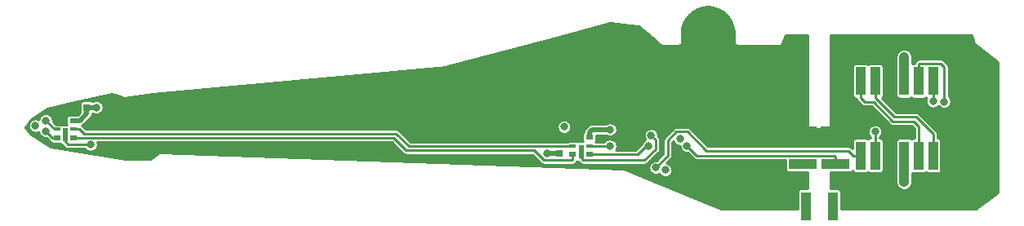
<source format=gbr>
G04 #@! TF.GenerationSoftware,KiCad,Pcbnew,(5.1.5)-3*
G04 #@! TF.CreationDate,2021-01-14T21:17:29-05:00*
G04 #@! TF.ProjectId,Body,426f6479-2e6b-4696-9361-645f70636258,rev?*
G04 #@! TF.SameCoordinates,Original*
G04 #@! TF.FileFunction,Copper,L1,Top*
G04 #@! TF.FilePolarity,Positive*
%FSLAX46Y46*%
G04 Gerber Fmt 4.6, Leading zero omitted, Abs format (unit mm)*
G04 Created by KiCad (PCBNEW (5.1.5)-3) date 2021-01-14 21:17:29*
%MOMM*%
%LPD*%
G04 APERTURE LIST*
%ADD10R,1.000000X3.000000*%
%ADD11C,0.800000*%
%ADD12R,3.000000X1.000000*%
%ADD13R,0.750000X0.800000*%
%ADD14R,0.800000X0.750000*%
%ADD15R,0.800000X0.500000*%
%ADD16R,0.800000X0.300000*%
%ADD17R,0.500000X1.480000*%
%ADD18R,0.500000X1.000000*%
%ADD19C,0.250000*%
%ADD20C,0.500000*%
%ADD21C,1.000000*%
%ADD22C,0.254000*%
G04 APERTURE END LIST*
D10*
X155200000Y-88600000D03*
X156700000Y-88600000D03*
X159700000Y-88600000D03*
X158200000Y-88600000D03*
X161200000Y-88600000D03*
X162700000Y-88600000D03*
X155200000Y-96350000D03*
X156700000Y-96350000D03*
X159700000Y-96350000D03*
X158200000Y-96350000D03*
X161200000Y-96350000D03*
X162700000Y-96350000D03*
D11*
X153500000Y-93800000D03*
D12*
X152500000Y-93800000D03*
D10*
X152300000Y-101600000D03*
D11*
X152300000Y-100600000D03*
D10*
X149500000Y-101600000D03*
D11*
X149500000Y-100600000D03*
D12*
X149200000Y-93800000D03*
D11*
X148200000Y-93800000D03*
D12*
X149200000Y-97250000D03*
D11*
X148200000Y-97250000D03*
D12*
X152600000Y-97250000D03*
D11*
X153600000Y-97250000D03*
D13*
X123950000Y-96100000D03*
X123950000Y-94600000D03*
D14*
X74950000Y-91350000D03*
X73450000Y-91350000D03*
D15*
X125350000Y-94450000D03*
X125350000Y-96250000D03*
D16*
X125350000Y-95350000D03*
D15*
X127050000Y-94450000D03*
X127050000Y-96250000D03*
D16*
X127050000Y-95350000D03*
D17*
X126200000Y-95940000D03*
D18*
X126200000Y-94520000D03*
X72700000Y-92770000D03*
D17*
X72700000Y-94190000D03*
D16*
X73550000Y-93600000D03*
D15*
X73550000Y-94500000D03*
X73550000Y-92700000D03*
D16*
X71850000Y-93600000D03*
D15*
X71850000Y-94500000D03*
X71850000Y-92700000D03*
D11*
X75950000Y-92650000D03*
X126950000Y-92375000D03*
X158225000Y-94050000D03*
X158200000Y-86325000D03*
X129200000Y-93650000D03*
X122700000Y-96100000D03*
X124450000Y-93350000D03*
X133450000Y-94250000D03*
X136450000Y-94600000D03*
X134950000Y-97850000D03*
X69625000Y-93250000D03*
X159700000Y-99100000D03*
X159700000Y-86100000D03*
X75950000Y-91350000D03*
X75350000Y-95200000D03*
X133200000Y-95350000D03*
X137200000Y-95350000D03*
X129200000Y-95350000D03*
X70700000Y-92700000D03*
X70700000Y-93800000D03*
X156700000Y-93850000D03*
X133950000Y-97600000D03*
X163850000Y-90750000D03*
X162700000Y-90700002D03*
D19*
X125200000Y-94600000D02*
X125350000Y-94450000D01*
X123950000Y-94600000D02*
X125200000Y-94600000D01*
X126130000Y-94450000D02*
X126200000Y-94520000D01*
X125350000Y-94450000D02*
X126130000Y-94450000D01*
D20*
X72700000Y-92100000D02*
X73450000Y-91350000D01*
X72700000Y-92770000D02*
X72700000Y-92100000D01*
D19*
X72630000Y-92700000D02*
X72700000Y-92770000D01*
D20*
X71850000Y-92700000D02*
X72630000Y-92700000D01*
X123950000Y-96100000D02*
X122700000Y-96100000D01*
D21*
X159700000Y-96350000D02*
X159700000Y-99100000D01*
X159700000Y-88600000D02*
X159700000Y-86100000D01*
D20*
X74950000Y-91350000D02*
X75950000Y-91350000D01*
X73550000Y-92700000D02*
X74200000Y-92700000D01*
X74225000Y-92700000D02*
X74200000Y-92700000D01*
X74950000Y-91975000D02*
X74225000Y-92700000D01*
X74950000Y-91350000D02*
X74950000Y-91975000D01*
D19*
X73014998Y-95200000D02*
X74784315Y-95200000D01*
X74784315Y-95200000D02*
X75350000Y-95200000D01*
X72700000Y-94885002D02*
X73014998Y-95200000D01*
X72700000Y-94190000D02*
X72700000Y-94885002D01*
D20*
X128634315Y-93650000D02*
X129200000Y-93650000D01*
X127350000Y-93650000D02*
X128634315Y-93650000D01*
X127050000Y-93950000D02*
X127350000Y-93650000D01*
X127050000Y-94450000D02*
X127050000Y-93950000D01*
D19*
X126200000Y-96635002D02*
X126389999Y-96825001D01*
X126200000Y-95940000D02*
X126200000Y-96635002D01*
X126389999Y-96825001D02*
X132798001Y-96825001D01*
X132798001Y-96825001D02*
X133925001Y-95698001D01*
X133925001Y-94725001D02*
X133450000Y-94250000D01*
X133925001Y-95299999D02*
X133925001Y-94725001D01*
X133925001Y-95698001D02*
X133925001Y-95299999D01*
X106450000Y-94500000D02*
X73550000Y-94500000D01*
X125350000Y-96250000D02*
X125350000Y-96750000D01*
X106775000Y-94500000D02*
X106450000Y-94500000D01*
X125274999Y-96825001D02*
X122351999Y-96825001D01*
X125350000Y-96750000D02*
X125274999Y-96825001D01*
X108075010Y-95800010D02*
X106775000Y-94500000D01*
X122351999Y-96825001D02*
X121327008Y-95800010D01*
X121327008Y-95800010D02*
X108075010Y-95800010D01*
X74200000Y-93600000D02*
X73550000Y-93600000D01*
X74649990Y-94049990D02*
X74200000Y-93600000D01*
X107036400Y-94049990D02*
X74649990Y-94049990D01*
X125350000Y-95350000D02*
X108336410Y-95350000D01*
X108336410Y-95350000D02*
X107036400Y-94049990D01*
X128300000Y-96250000D02*
X132050000Y-96250000D01*
X127050000Y-96250000D02*
X128300000Y-96250000D01*
X132050000Y-96250000D02*
X132950000Y-95350000D01*
X132950000Y-95350000D02*
X133200000Y-95350000D01*
X137200000Y-95350000D02*
X138200000Y-96350000D01*
X152600000Y-96500000D02*
X152600000Y-97250000D01*
X152450000Y-96350000D02*
X152600000Y-96500000D01*
X138200000Y-96350000D02*
X152450000Y-96350000D01*
X127050000Y-95350000D02*
X129200000Y-95350000D01*
X71850000Y-93600000D02*
X71600000Y-93600000D01*
X71600000Y-93600000D02*
X70700000Y-92700000D01*
X71850000Y-94500000D02*
X71400000Y-94500000D01*
X71400000Y-94500000D02*
X70700000Y-93800000D01*
X156700000Y-96350000D02*
X156700000Y-93850000D01*
X154450000Y-96350000D02*
X153950000Y-95850000D01*
X155200000Y-96350000D02*
X154450000Y-96350000D01*
X153950000Y-95850000D02*
X139200000Y-95850000D01*
X136101999Y-93874999D02*
X135200000Y-94776998D01*
X139200000Y-95850000D02*
X137224999Y-93874999D01*
X137224999Y-93874999D02*
X136101999Y-93874999D01*
X135200000Y-94776998D02*
X135200000Y-96350000D01*
X135200000Y-96350000D02*
X133950000Y-97600000D01*
X161200000Y-93325000D02*
X161200000Y-96350000D01*
X160675000Y-92800000D02*
X161200000Y-93325000D01*
X155200000Y-90350000D02*
X155650000Y-90800000D01*
X155200000Y-88600000D02*
X155200000Y-90350000D01*
X155650000Y-90800000D02*
X156513590Y-90800000D01*
X156513590Y-90800000D02*
X158513590Y-92800000D01*
X158513590Y-92800000D02*
X160675000Y-92800000D01*
X156700000Y-90350000D02*
X158700000Y-92350000D01*
X156700000Y-88600000D02*
X156700000Y-90350000D01*
X158700000Y-92350000D02*
X160950000Y-92350000D01*
X162700000Y-94100000D02*
X162700000Y-96350000D01*
X160950000Y-92350000D02*
X162700000Y-94100000D01*
X161200000Y-86850000D02*
X161275001Y-86774999D01*
X161200000Y-88600000D02*
X161200000Y-86850000D01*
X161275001Y-86774999D02*
X163460001Y-86774999D01*
X163460001Y-86774999D02*
X163850000Y-87164998D01*
X163850000Y-87164998D02*
X163850000Y-90750000D01*
X162700000Y-88600000D02*
X162700000Y-90700002D01*
D22*
G36*
X139868880Y-80958866D02*
G01*
X140378446Y-81108840D01*
X140849175Y-81354931D01*
X141263144Y-81687771D01*
X141604575Y-82094673D01*
X141860473Y-82560149D01*
X142021086Y-83066463D01*
X142081705Y-83606897D01*
X142081889Y-83633259D01*
X142081890Y-84618711D01*
X142080549Y-84632327D01*
X142085897Y-84686628D01*
X142101736Y-84738843D01*
X142127458Y-84786964D01*
X142162073Y-84829143D01*
X142204252Y-84863758D01*
X142252373Y-84889480D01*
X142304588Y-84905319D01*
X142345283Y-84909327D01*
X142345284Y-84909327D01*
X142358889Y-84910667D01*
X142372495Y-84909327D01*
X146814941Y-84909327D01*
X146838416Y-84909967D01*
X146855614Y-84907031D01*
X146872994Y-84905319D01*
X146882462Y-84902447D01*
X146892202Y-84900784D01*
X146908493Y-84894551D01*
X146925209Y-84889480D01*
X146933934Y-84884816D01*
X146943163Y-84881285D01*
X146957928Y-84871991D01*
X146973330Y-84863758D01*
X146980979Y-84857481D01*
X146989341Y-84852217D01*
X147002007Y-84840224D01*
X147015509Y-84829143D01*
X147021784Y-84821497D01*
X147028961Y-84814701D01*
X147039049Y-84800460D01*
X147050124Y-84786964D01*
X147054787Y-84778241D01*
X147060500Y-84770175D01*
X147067611Y-84754250D01*
X147075846Y-84738843D01*
X147082682Y-84716309D01*
X147378507Y-83828913D01*
X149460034Y-83828919D01*
X149708304Y-83828919D01*
X149708305Y-93311302D01*
X149706964Y-93324918D01*
X149712312Y-93379219D01*
X149728151Y-93431434D01*
X149753873Y-93479555D01*
X149788488Y-93521734D01*
X149830667Y-93556349D01*
X149878788Y-93582071D01*
X149931003Y-93597910D01*
X149971698Y-93601918D01*
X149971699Y-93601918D01*
X149985304Y-93603258D01*
X149998910Y-93601918D01*
X151771699Y-93601918D01*
X151785304Y-93603258D01*
X151839605Y-93597910D01*
X151891820Y-93582071D01*
X151939941Y-93556349D01*
X151982120Y-93521734D01*
X152016735Y-93479555D01*
X152042457Y-93431434D01*
X152058296Y-93379219D01*
X152062304Y-93338524D01*
X152063644Y-93324918D01*
X152062304Y-93311312D01*
X152062304Y-87100000D01*
X154371418Y-87100000D01*
X154371418Y-90100000D01*
X154377732Y-90164103D01*
X154396430Y-90225743D01*
X154426794Y-90282550D01*
X154467657Y-90332343D01*
X154517450Y-90373206D01*
X154574257Y-90403570D01*
X154635897Y-90422268D01*
X154700000Y-90428582D01*
X154753553Y-90428582D01*
X154754540Y-90438607D01*
X154780386Y-90523809D01*
X154822358Y-90602333D01*
X154878842Y-90671159D01*
X154896095Y-90685318D01*
X155314685Y-91103910D01*
X155328841Y-91121159D01*
X155397667Y-91177643D01*
X155431001Y-91195460D01*
X155476190Y-91219614D01*
X155561392Y-91245460D01*
X155649999Y-91254187D01*
X155672204Y-91252000D01*
X156326367Y-91252000D01*
X158178275Y-93103910D01*
X158192431Y-93121159D01*
X158261257Y-93177643D01*
X158339621Y-93219529D01*
X158339780Y-93219614D01*
X158424982Y-93245460D01*
X158513589Y-93254187D01*
X158535794Y-93252000D01*
X160487776Y-93252000D01*
X160748000Y-93512225D01*
X160748000Y-94521418D01*
X160700000Y-94521418D01*
X160635897Y-94527732D01*
X160574257Y-94546430D01*
X160517450Y-94576794D01*
X160467657Y-94617657D01*
X160450000Y-94639173D01*
X160432343Y-94617657D01*
X160382550Y-94576794D01*
X160325743Y-94546430D01*
X160264103Y-94527732D01*
X160200000Y-94521418D01*
X159200000Y-94521418D01*
X159135897Y-94527732D01*
X159074257Y-94546430D01*
X159017450Y-94576794D01*
X158967657Y-94617657D01*
X158926794Y-94667450D01*
X158896430Y-94724257D01*
X158877732Y-94785897D01*
X158871418Y-94850000D01*
X158871418Y-97850000D01*
X158873001Y-97866067D01*
X158873001Y-99140624D01*
X158884967Y-99262120D01*
X158932256Y-99418010D01*
X159009049Y-99561679D01*
X159112395Y-99687606D01*
X159238322Y-99790952D01*
X159381991Y-99867745D01*
X159537881Y-99915034D01*
X159700000Y-99931001D01*
X159862120Y-99915034D01*
X160018010Y-99867745D01*
X160161679Y-99790952D01*
X160287606Y-99687606D01*
X160390952Y-99561679D01*
X160467745Y-99418010D01*
X160515034Y-99262120D01*
X160527000Y-99140624D01*
X160527000Y-98128311D01*
X160574257Y-98153570D01*
X160635897Y-98172268D01*
X160700000Y-98178582D01*
X161700000Y-98178582D01*
X161764103Y-98172268D01*
X161825743Y-98153570D01*
X161882550Y-98123206D01*
X161932343Y-98082343D01*
X161950000Y-98060827D01*
X161967657Y-98082343D01*
X162017450Y-98123206D01*
X162074257Y-98153570D01*
X162135897Y-98172268D01*
X162200000Y-98178582D01*
X163200000Y-98178582D01*
X163264103Y-98172268D01*
X163325743Y-98153570D01*
X163382550Y-98123206D01*
X163432343Y-98082343D01*
X163473206Y-98032550D01*
X163503570Y-97975743D01*
X163522268Y-97914103D01*
X163528582Y-97850000D01*
X163528582Y-94850000D01*
X163522268Y-94785897D01*
X163503570Y-94724257D01*
X163473206Y-94667450D01*
X163432343Y-94617657D01*
X163382550Y-94576794D01*
X163325743Y-94546430D01*
X163264103Y-94527732D01*
X163200000Y-94521418D01*
X163152000Y-94521418D01*
X163152000Y-94122205D01*
X163154187Y-94100000D01*
X163145460Y-94011392D01*
X163119614Y-93926190D01*
X163113471Y-93914698D01*
X163077643Y-93847667D01*
X163021159Y-93778841D01*
X163003906Y-93764682D01*
X161285323Y-92046100D01*
X161271159Y-92028841D01*
X161202333Y-91972357D01*
X161123810Y-91930386D01*
X161038607Y-91904540D01*
X160972205Y-91898000D01*
X160950000Y-91895813D01*
X160927795Y-91898000D01*
X158887225Y-91898000D01*
X157369438Y-90380215D01*
X157382550Y-90373206D01*
X157432343Y-90332343D01*
X157473206Y-90282550D01*
X157503570Y-90225743D01*
X157522268Y-90164103D01*
X157528582Y-90100000D01*
X157528582Y-87100000D01*
X158871418Y-87100000D01*
X158871418Y-90100000D01*
X158877732Y-90164103D01*
X158896430Y-90225743D01*
X158926794Y-90282550D01*
X158967657Y-90332343D01*
X159017450Y-90373206D01*
X159074257Y-90403570D01*
X159135897Y-90422268D01*
X159200000Y-90428582D01*
X160200000Y-90428582D01*
X160264103Y-90422268D01*
X160325743Y-90403570D01*
X160382550Y-90373206D01*
X160432343Y-90332343D01*
X160450000Y-90310827D01*
X160467657Y-90332343D01*
X160517450Y-90373206D01*
X160574257Y-90403570D01*
X160635897Y-90422268D01*
X160700000Y-90428582D01*
X161700000Y-90428582D01*
X161764103Y-90422268D01*
X161825743Y-90403570D01*
X161882550Y-90373206D01*
X161932343Y-90332343D01*
X161950000Y-90310827D01*
X161967657Y-90332343D01*
X162017450Y-90373206D01*
X162042842Y-90386778D01*
X162000938Y-90487944D01*
X161973000Y-90628399D01*
X161973000Y-90771605D01*
X162000938Y-90912060D01*
X162055741Y-91044366D01*
X162135302Y-91163438D01*
X162236564Y-91264700D01*
X162355636Y-91344261D01*
X162487942Y-91399064D01*
X162628397Y-91427002D01*
X162771603Y-91427002D01*
X162912058Y-91399064D01*
X163044364Y-91344261D01*
X163163436Y-91264700D01*
X163257023Y-91171113D01*
X163285302Y-91213436D01*
X163386564Y-91314698D01*
X163505636Y-91394259D01*
X163637942Y-91449062D01*
X163778397Y-91477000D01*
X163921603Y-91477000D01*
X164062058Y-91449062D01*
X164194364Y-91394259D01*
X164313436Y-91314698D01*
X164414698Y-91213436D01*
X164494259Y-91094364D01*
X164549062Y-90962058D01*
X164577000Y-90821603D01*
X164577000Y-90678397D01*
X164549062Y-90537942D01*
X164494259Y-90405636D01*
X164414698Y-90286564D01*
X164313436Y-90185302D01*
X164302000Y-90177661D01*
X164302000Y-87187203D01*
X164304187Y-87164998D01*
X164295460Y-87076390D01*
X164269614Y-86991188D01*
X164260543Y-86974218D01*
X164227643Y-86912665D01*
X164171159Y-86843839D01*
X164153906Y-86829680D01*
X163795324Y-86471099D01*
X163781160Y-86453840D01*
X163712334Y-86397356D01*
X163633811Y-86355385D01*
X163548608Y-86329539D01*
X163482206Y-86322999D01*
X163460001Y-86320812D01*
X163437796Y-86322999D01*
X161297203Y-86322999D01*
X161275000Y-86320812D01*
X161252798Y-86322999D01*
X161252796Y-86322999D01*
X161186394Y-86329539D01*
X161101191Y-86355385D01*
X161022668Y-86397356D01*
X160953842Y-86453840D01*
X160939681Y-86471096D01*
X160896094Y-86514682D01*
X160878842Y-86528841D01*
X160840520Y-86575537D01*
X160822358Y-86597667D01*
X160780386Y-86676191D01*
X160754540Y-86761393D01*
X160753553Y-86771418D01*
X160700000Y-86771418D01*
X160635897Y-86777732D01*
X160574257Y-86796430D01*
X160527000Y-86821689D01*
X160527000Y-86059376D01*
X160515034Y-85937880D01*
X160467745Y-85781990D01*
X160390952Y-85638321D01*
X160287606Y-85512394D01*
X160161679Y-85409048D01*
X160018010Y-85332255D01*
X159862120Y-85284966D01*
X159700000Y-85268999D01*
X159537881Y-85284966D01*
X159381991Y-85332255D01*
X159238322Y-85409048D01*
X159112395Y-85512394D01*
X159009049Y-85638321D01*
X158932256Y-85781990D01*
X158884967Y-85937880D01*
X158873001Y-86059376D01*
X158873001Y-87083933D01*
X158871418Y-87100000D01*
X157528582Y-87100000D01*
X157522268Y-87035897D01*
X157503570Y-86974257D01*
X157473206Y-86917450D01*
X157432343Y-86867657D01*
X157382550Y-86826794D01*
X157325743Y-86796430D01*
X157264103Y-86777732D01*
X157200000Y-86771418D01*
X156200000Y-86771418D01*
X156135897Y-86777732D01*
X156074257Y-86796430D01*
X156017450Y-86826794D01*
X155967657Y-86867657D01*
X155950000Y-86889173D01*
X155932343Y-86867657D01*
X155882550Y-86826794D01*
X155825743Y-86796430D01*
X155764103Y-86777732D01*
X155700000Y-86771418D01*
X154700000Y-86771418D01*
X154635897Y-86777732D01*
X154574257Y-86796430D01*
X154517450Y-86826794D01*
X154467657Y-86867657D01*
X154426794Y-86917450D01*
X154396430Y-86974257D01*
X154377732Y-87035897D01*
X154371418Y-87100000D01*
X152062304Y-87100000D01*
X152062304Y-83828918D01*
X152312684Y-83828918D01*
X166693769Y-83828911D01*
X166986837Y-84707974D01*
X166990191Y-84722247D01*
X167001051Y-84746106D01*
X167011798Y-84770173D01*
X167012379Y-84770994D01*
X167012796Y-84771909D01*
X167028128Y-84793227D01*
X167043338Y-84814698D01*
X167044070Y-84815391D01*
X167044656Y-84816206D01*
X167063859Y-84834129D01*
X167082959Y-84852214D01*
X167095374Y-84860029D01*
X169453499Y-86662976D01*
X169453506Y-100200286D01*
X167161374Y-101848322D01*
X153128582Y-101848329D01*
X153128582Y-100100000D01*
X153122268Y-100035897D01*
X153103570Y-99974257D01*
X153073206Y-99917450D01*
X153032343Y-99867657D01*
X152982550Y-99826794D01*
X152925743Y-99796430D01*
X152864103Y-99777732D01*
X152800000Y-99771418D01*
X152062305Y-99771418D01*
X152062305Y-98138934D01*
X152063645Y-98125328D01*
X152059041Y-98078582D01*
X154100000Y-98078582D01*
X154164103Y-98072268D01*
X154225743Y-98053570D01*
X154282550Y-98023206D01*
X154332343Y-97982343D01*
X154373206Y-97932550D01*
X154379663Y-97920469D01*
X154396430Y-97975743D01*
X154426794Y-98032550D01*
X154467657Y-98082343D01*
X154517450Y-98123206D01*
X154574257Y-98153570D01*
X154635897Y-98172268D01*
X154700000Y-98178582D01*
X155700000Y-98178582D01*
X155764103Y-98172268D01*
X155825743Y-98153570D01*
X155882550Y-98123206D01*
X155932343Y-98082343D01*
X155950000Y-98060827D01*
X155967657Y-98082343D01*
X156017450Y-98123206D01*
X156074257Y-98153570D01*
X156135897Y-98172268D01*
X156200000Y-98178582D01*
X157200000Y-98178582D01*
X157264103Y-98172268D01*
X157325743Y-98153570D01*
X157382550Y-98123206D01*
X157432343Y-98082343D01*
X157473206Y-98032550D01*
X157503570Y-97975743D01*
X157522268Y-97914103D01*
X157528582Y-97850000D01*
X157528582Y-94850000D01*
X157522268Y-94785897D01*
X157503570Y-94724257D01*
X157473206Y-94667450D01*
X157432343Y-94617657D01*
X157382550Y-94576794D01*
X157325743Y-94546430D01*
X157264103Y-94527732D01*
X157200000Y-94521418D01*
X157152000Y-94521418D01*
X157152000Y-94422339D01*
X157163436Y-94414698D01*
X157264698Y-94313436D01*
X157344259Y-94194364D01*
X157399062Y-94062058D01*
X157427000Y-93921603D01*
X157427000Y-93778397D01*
X157399062Y-93637942D01*
X157344259Y-93505636D01*
X157264698Y-93386564D01*
X157163436Y-93285302D01*
X157044364Y-93205741D01*
X156912058Y-93150938D01*
X156771603Y-93123000D01*
X156628397Y-93123000D01*
X156487942Y-93150938D01*
X156355636Y-93205741D01*
X156236564Y-93285302D01*
X156135302Y-93386564D01*
X156055741Y-93505636D01*
X156000938Y-93637942D01*
X155973000Y-93778397D01*
X155973000Y-93921603D01*
X156000938Y-94062058D01*
X156055741Y-94194364D01*
X156135302Y-94313436D01*
X156236564Y-94414698D01*
X156248001Y-94422340D01*
X156248001Y-94521418D01*
X156200000Y-94521418D01*
X156135897Y-94527732D01*
X156074257Y-94546430D01*
X156017450Y-94576794D01*
X155967657Y-94617657D01*
X155950000Y-94639173D01*
X155932343Y-94617657D01*
X155882550Y-94576794D01*
X155825743Y-94546430D01*
X155764103Y-94527732D01*
X155700000Y-94521418D01*
X154700000Y-94521418D01*
X154635897Y-94527732D01*
X154574257Y-94546430D01*
X154517450Y-94576794D01*
X154467657Y-94617657D01*
X154426794Y-94667450D01*
X154396430Y-94724257D01*
X154377732Y-94785897D01*
X154371418Y-94850000D01*
X154371418Y-95632195D01*
X154285323Y-95546100D01*
X154271159Y-95528841D01*
X154202333Y-95472357D01*
X154123810Y-95430386D01*
X154038607Y-95404540D01*
X153972205Y-95398000D01*
X153950000Y-95395813D01*
X153927795Y-95398000D01*
X139387225Y-95398000D01*
X137560322Y-93571099D01*
X137546158Y-93553840D01*
X137477332Y-93497356D01*
X137398809Y-93455385D01*
X137313606Y-93429539D01*
X137247204Y-93422999D01*
X137224999Y-93420812D01*
X137202794Y-93422999D01*
X136124203Y-93422999D01*
X136101998Y-93420812D01*
X136013391Y-93429539D01*
X135993561Y-93435555D01*
X135928189Y-93455385D01*
X135849666Y-93497356D01*
X135780840Y-93553840D01*
X135766684Y-93571089D01*
X134896100Y-94441675D01*
X134878841Y-94455839D01*
X134822357Y-94524666D01*
X134801416Y-94563844D01*
X134780386Y-94603189D01*
X134754540Y-94688391D01*
X134745813Y-94776998D01*
X134748000Y-94799203D01*
X134748001Y-96162775D01*
X134035093Y-96875683D01*
X134021603Y-96873000D01*
X133878397Y-96873000D01*
X133737942Y-96900938D01*
X133605636Y-96955741D01*
X133486564Y-97035302D01*
X133385302Y-97136564D01*
X133305741Y-97255636D01*
X133250938Y-97387942D01*
X133223000Y-97528397D01*
X133223000Y-97671603D01*
X133250938Y-97812058D01*
X133305741Y-97944364D01*
X133385302Y-98063436D01*
X133486564Y-98164698D01*
X133605636Y-98244259D01*
X133737942Y-98299062D01*
X133878397Y-98327000D01*
X134021603Y-98327000D01*
X134162058Y-98299062D01*
X134294364Y-98244259D01*
X134325278Y-98223603D01*
X134385302Y-98313436D01*
X134486564Y-98414698D01*
X134605636Y-98494259D01*
X134737942Y-98549062D01*
X134878397Y-98577000D01*
X135021603Y-98577000D01*
X135162058Y-98549062D01*
X135294364Y-98494259D01*
X135413436Y-98414698D01*
X135514698Y-98313436D01*
X135594259Y-98194364D01*
X135649062Y-98062058D01*
X135677000Y-97921603D01*
X135677000Y-97778397D01*
X135649062Y-97637942D01*
X135594259Y-97505636D01*
X135514698Y-97386564D01*
X135413436Y-97285302D01*
X135294364Y-97205741D01*
X135162058Y-97150938D01*
X135058821Y-97130403D01*
X135503905Y-96685319D01*
X135521159Y-96671159D01*
X135577643Y-96602333D01*
X135619614Y-96523810D01*
X135620439Y-96521089D01*
X135645460Y-96438608D01*
X135654187Y-96350000D01*
X135652000Y-96327795D01*
X135652000Y-94964221D01*
X135766527Y-94849694D01*
X135805741Y-94944364D01*
X135885302Y-95063436D01*
X135986564Y-95164698D01*
X136105636Y-95244259D01*
X136237942Y-95299062D01*
X136378397Y-95327000D01*
X136473000Y-95327000D01*
X136473000Y-95421603D01*
X136500938Y-95562058D01*
X136555741Y-95694364D01*
X136635302Y-95813436D01*
X136736564Y-95914698D01*
X136855636Y-95994259D01*
X136987942Y-96049062D01*
X137128397Y-96077000D01*
X137271603Y-96077000D01*
X137285093Y-96074317D01*
X137864681Y-96653905D01*
X137878841Y-96671159D01*
X137947667Y-96727643D01*
X138018869Y-96765701D01*
X138026190Y-96769614D01*
X138111392Y-96795460D01*
X138200000Y-96804187D01*
X138222205Y-96802000D01*
X147371418Y-96802000D01*
X147371418Y-97750000D01*
X147377732Y-97814103D01*
X147396430Y-97875743D01*
X147426794Y-97932550D01*
X147467657Y-97982343D01*
X147517450Y-98023206D01*
X147574257Y-98053570D01*
X147635897Y-98072268D01*
X147700000Y-98078582D01*
X149711569Y-98078582D01*
X149706965Y-98125328D01*
X149708305Y-98138934D01*
X149708305Y-99771418D01*
X149000000Y-99771418D01*
X148935897Y-99777732D01*
X148874257Y-99796430D01*
X148817450Y-99826794D01*
X148767657Y-99867657D01*
X148726794Y-99917450D01*
X148696430Y-99974257D01*
X148677732Y-100035897D01*
X148671418Y-100100000D01*
X148671418Y-101848328D01*
X140716327Y-101848330D01*
X133694041Y-99008640D01*
X130673245Y-97751262D01*
X130665376Y-97746698D01*
X130648096Y-97740794D01*
X130643884Y-97739041D01*
X130635258Y-97736408D01*
X130613742Y-97729057D01*
X130609174Y-97728446D01*
X130604773Y-97727103D01*
X130582193Y-97724840D01*
X130573211Y-97723639D01*
X130568626Y-97723480D01*
X130550481Y-97721661D01*
X130541441Y-97722536D01*
X82541643Y-96055668D01*
X82514896Y-96054668D01*
X82501034Y-96056891D01*
X82487020Y-96057781D01*
X82474162Y-96061199D01*
X82461020Y-96063306D01*
X82447850Y-96068193D01*
X82434286Y-96071799D01*
X82422345Y-96077658D01*
X82409864Y-96082290D01*
X82397900Y-96089653D01*
X82385302Y-96095835D01*
X82364127Y-96112016D01*
X81561755Y-96721811D01*
X79003488Y-96692274D01*
X71202635Y-95411145D01*
X69131156Y-94056434D01*
X68613404Y-93376521D01*
X69043457Y-92811775D01*
X68980741Y-92905636D01*
X68925938Y-93037942D01*
X68898000Y-93178397D01*
X68898000Y-93321603D01*
X68925938Y-93462058D01*
X68980741Y-93594364D01*
X69060302Y-93713436D01*
X69161564Y-93814698D01*
X69280636Y-93894259D01*
X69412942Y-93949062D01*
X69553397Y-93977000D01*
X69696603Y-93977000D01*
X69837058Y-93949062D01*
X69969364Y-93894259D01*
X69976551Y-93889457D01*
X70000938Y-94012058D01*
X70055741Y-94144364D01*
X70135302Y-94263436D01*
X70236564Y-94364698D01*
X70355636Y-94444259D01*
X70487942Y-94499062D01*
X70628397Y-94527000D01*
X70771603Y-94527000D01*
X70785093Y-94524317D01*
X71064685Y-94803910D01*
X71078841Y-94821159D01*
X71147273Y-94877319D01*
X71176794Y-94932550D01*
X71217657Y-94982343D01*
X71267450Y-95023206D01*
X71324257Y-95053570D01*
X71385897Y-95072268D01*
X71450000Y-95078582D01*
X72158638Y-95078582D01*
X72176794Y-95112550D01*
X72217657Y-95162343D01*
X72267450Y-95203206D01*
X72324257Y-95233570D01*
X72385897Y-95252268D01*
X72432647Y-95256873D01*
X72679683Y-95503910D01*
X72693839Y-95521159D01*
X72762665Y-95577643D01*
X72841188Y-95619614D01*
X72926391Y-95645460D01*
X72992793Y-95652000D01*
X72992794Y-95652000D01*
X73014997Y-95654187D01*
X73037200Y-95652000D01*
X74777661Y-95652000D01*
X74785302Y-95663436D01*
X74886564Y-95764698D01*
X75005636Y-95844259D01*
X75137942Y-95899062D01*
X75278397Y-95927000D01*
X75421603Y-95927000D01*
X75562058Y-95899062D01*
X75694364Y-95844259D01*
X75813436Y-95764698D01*
X75914698Y-95663436D01*
X75994259Y-95544364D01*
X76049062Y-95412058D01*
X76077000Y-95271603D01*
X76077000Y-95128397D01*
X76049062Y-94987942D01*
X76034174Y-94952000D01*
X106587777Y-94952000D01*
X107739691Y-96103915D01*
X107753851Y-96121169D01*
X107822677Y-96177653D01*
X107889017Y-96213112D01*
X107901200Y-96219624D01*
X107986402Y-96245470D01*
X108075010Y-96254197D01*
X108097215Y-96252010D01*
X121139785Y-96252010D01*
X122016684Y-97128911D01*
X122030840Y-97146160D01*
X122099666Y-97202644D01*
X122141340Y-97224919D01*
X122178189Y-97244615D01*
X122263391Y-97270461D01*
X122351998Y-97279188D01*
X122374203Y-97277001D01*
X125252794Y-97277001D01*
X125274999Y-97279188D01*
X125297204Y-97277001D01*
X125363606Y-97270461D01*
X125448809Y-97244615D01*
X125527332Y-97202644D01*
X125596158Y-97146160D01*
X125610321Y-97128902D01*
X125653903Y-97085320D01*
X125671159Y-97071159D01*
X125727643Y-97002333D01*
X125758033Y-96945478D01*
X125767450Y-96953206D01*
X125824257Y-96983570D01*
X125885897Y-97002268D01*
X125932648Y-97006873D01*
X126054679Y-97128905D01*
X126068840Y-97146160D01*
X126137666Y-97202644D01*
X126216079Y-97244556D01*
X126216189Y-97244615D01*
X126301391Y-97270461D01*
X126389998Y-97279188D01*
X126412203Y-97277001D01*
X132775796Y-97277001D01*
X132798001Y-97279188D01*
X132820206Y-97277001D01*
X132886608Y-97270461D01*
X132971811Y-97244615D01*
X133050334Y-97202644D01*
X133119160Y-97146160D01*
X133133324Y-97128901D01*
X134228907Y-96033319D01*
X134246160Y-96019160D01*
X134302644Y-95950334D01*
X134344615Y-95871811D01*
X134357181Y-95830386D01*
X134370461Y-95786609D01*
X134379188Y-95698001D01*
X134377001Y-95675796D01*
X134377001Y-94747206D01*
X134379188Y-94725001D01*
X134370461Y-94636393D01*
X134344615Y-94551191D01*
X134321187Y-94507360D01*
X134302644Y-94472668D01*
X134246160Y-94403842D01*
X134228906Y-94389682D01*
X134174317Y-94335093D01*
X134177000Y-94321603D01*
X134177000Y-94178397D01*
X134149062Y-94037942D01*
X134094259Y-93905636D01*
X134014698Y-93786564D01*
X133913436Y-93685302D01*
X133794364Y-93605741D01*
X133662058Y-93550938D01*
X133521603Y-93523000D01*
X133378397Y-93523000D01*
X133237942Y-93550938D01*
X133105636Y-93605741D01*
X132986564Y-93685302D01*
X132885302Y-93786564D01*
X132805741Y-93905636D01*
X132750938Y-94037942D01*
X132723000Y-94178397D01*
X132723000Y-94321603D01*
X132750938Y-94462058D01*
X132805741Y-94594364D01*
X132874844Y-94697785D01*
X132855636Y-94705741D01*
X132736564Y-94785302D01*
X132635302Y-94886564D01*
X132555741Y-95005636D01*
X132500938Y-95137942D01*
X132495501Y-95165274D01*
X131862777Y-95798000D01*
X129775012Y-95798000D01*
X129844259Y-95694364D01*
X129899062Y-95562058D01*
X129927000Y-95421603D01*
X129927000Y-95278397D01*
X129899062Y-95137942D01*
X129844259Y-95005636D01*
X129764698Y-94886564D01*
X129663436Y-94785302D01*
X129544364Y-94705741D01*
X129412058Y-94650938D01*
X129271603Y-94623000D01*
X129128397Y-94623000D01*
X128987942Y-94650938D01*
X128855636Y-94705741D01*
X128736564Y-94785302D01*
X128635302Y-94886564D01*
X128627661Y-94898000D01*
X127710527Y-94898000D01*
X127723206Y-94882550D01*
X127753570Y-94825743D01*
X127772268Y-94764103D01*
X127778582Y-94700000D01*
X127778582Y-94227000D01*
X128754975Y-94227000D01*
X128855636Y-94294259D01*
X128987942Y-94349062D01*
X129128397Y-94377000D01*
X129271603Y-94377000D01*
X129412058Y-94349062D01*
X129544364Y-94294259D01*
X129663436Y-94214698D01*
X129764698Y-94113436D01*
X129844259Y-93994364D01*
X129899062Y-93862058D01*
X129927000Y-93721603D01*
X129927000Y-93578397D01*
X129899062Y-93437942D01*
X129844259Y-93305636D01*
X129764698Y-93186564D01*
X129663436Y-93085302D01*
X129544364Y-93005741D01*
X129412058Y-92950938D01*
X129271603Y-92923000D01*
X129128397Y-92923000D01*
X128987942Y-92950938D01*
X128855636Y-93005741D01*
X128754975Y-93073000D01*
X127378328Y-93073000D01*
X127349999Y-93070210D01*
X127321670Y-93073000D01*
X127321664Y-93073000D01*
X127236888Y-93081350D01*
X127128124Y-93114343D01*
X127027885Y-93167921D01*
X126940026Y-93240026D01*
X126921961Y-93262038D01*
X126662034Y-93521965D01*
X126640027Y-93540026D01*
X126621966Y-93562033D01*
X126621963Y-93562036D01*
X126608536Y-93578397D01*
X126567922Y-93627885D01*
X126514343Y-93728124D01*
X126496668Y-93786392D01*
X126481349Y-93836889D01*
X126477856Y-93872358D01*
X126473025Y-93921418D01*
X126472776Y-93923947D01*
X126467450Y-93926794D01*
X126417657Y-93967657D01*
X126376794Y-94017450D01*
X126346430Y-94074257D01*
X126327732Y-94135897D01*
X126321418Y-94200000D01*
X126321418Y-94700000D01*
X126327732Y-94764103D01*
X126346430Y-94825743D01*
X126370844Y-94871418D01*
X125950000Y-94871418D01*
X125885897Y-94877732D01*
X125850000Y-94888621D01*
X125814103Y-94877732D01*
X125750000Y-94871418D01*
X124950000Y-94871418D01*
X124885897Y-94877732D01*
X124824257Y-94896430D01*
X124821320Y-94898000D01*
X108523634Y-94898000D01*
X107371723Y-93746090D01*
X107357559Y-93728831D01*
X107288733Y-93672347D01*
X107210210Y-93630376D01*
X107125007Y-93604530D01*
X107058605Y-93597990D01*
X107036400Y-93595803D01*
X107014195Y-93597990D01*
X74837214Y-93597990D01*
X74535323Y-93296100D01*
X74521159Y-93278841D01*
X74520618Y-93278397D01*
X123723000Y-93278397D01*
X123723000Y-93421603D01*
X123750938Y-93562058D01*
X123805741Y-93694364D01*
X123885302Y-93813436D01*
X123986564Y-93914698D01*
X124105636Y-93994259D01*
X124237942Y-94049062D01*
X124378397Y-94077000D01*
X124521603Y-94077000D01*
X124662058Y-94049062D01*
X124794364Y-93994259D01*
X124913436Y-93914698D01*
X125014698Y-93813436D01*
X125094259Y-93694364D01*
X125149062Y-93562058D01*
X125177000Y-93421603D01*
X125177000Y-93278397D01*
X125149062Y-93137942D01*
X125094259Y-93005636D01*
X125014698Y-92886564D01*
X124913436Y-92785302D01*
X124794364Y-92705741D01*
X124662058Y-92650938D01*
X124521603Y-92623000D01*
X124378397Y-92623000D01*
X124237942Y-92650938D01*
X124105636Y-92705741D01*
X123986564Y-92785302D01*
X123885302Y-92886564D01*
X123805741Y-93005636D01*
X123750938Y-93137942D01*
X123723000Y-93278397D01*
X74520618Y-93278397D01*
X74459995Y-93228645D01*
X74547115Y-93182079D01*
X74634974Y-93109974D01*
X74653039Y-93087962D01*
X75337962Y-92403039D01*
X75359974Y-92384974D01*
X75432079Y-92297115D01*
X75485657Y-92196876D01*
X75505534Y-92131350D01*
X75518651Y-92088112D01*
X75527224Y-92001053D01*
X75532550Y-91998206D01*
X75568001Y-91969113D01*
X75605636Y-91994259D01*
X75737942Y-92049062D01*
X75878397Y-92077000D01*
X76021603Y-92077000D01*
X76162058Y-92049062D01*
X76294364Y-91994259D01*
X76413436Y-91914698D01*
X76514698Y-91813436D01*
X76594259Y-91694364D01*
X76649062Y-91562058D01*
X76677000Y-91421603D01*
X76677000Y-91278397D01*
X76649062Y-91137942D01*
X76594259Y-91005636D01*
X76514698Y-90886564D01*
X76413436Y-90785302D01*
X76294364Y-90705741D01*
X76162058Y-90650938D01*
X76021603Y-90623000D01*
X75878397Y-90623000D01*
X75737942Y-90650938D01*
X75605636Y-90705741D01*
X75568001Y-90730887D01*
X75532550Y-90701794D01*
X75475743Y-90671430D01*
X75414103Y-90652732D01*
X75350000Y-90646418D01*
X74550000Y-90646418D01*
X74485897Y-90652732D01*
X74424257Y-90671430D01*
X74367450Y-90701794D01*
X74317657Y-90742657D01*
X74276794Y-90792450D01*
X74246430Y-90849257D01*
X74227732Y-90910897D01*
X74221418Y-90975000D01*
X74221418Y-91725000D01*
X74227732Y-91789103D01*
X74246430Y-91850743D01*
X74250549Y-91858450D01*
X73985999Y-92123000D01*
X73966061Y-92123000D01*
X73950000Y-92121418D01*
X73150000Y-92121418D01*
X73085897Y-92127732D01*
X73024257Y-92146430D01*
X72967450Y-92176794D01*
X72917657Y-92217657D01*
X72876794Y-92267450D01*
X72846430Y-92324257D01*
X72827732Y-92385897D01*
X72821418Y-92450000D01*
X72821418Y-92950000D01*
X72827732Y-93014103D01*
X72846430Y-93075743D01*
X72870844Y-93121418D01*
X72450000Y-93121418D01*
X72385897Y-93127732D01*
X72350000Y-93138621D01*
X72314103Y-93127732D01*
X72250000Y-93121418D01*
X71760643Y-93121418D01*
X71424317Y-92785093D01*
X71427000Y-92771603D01*
X71427000Y-92628397D01*
X71399062Y-92487942D01*
X71344259Y-92355636D01*
X71264698Y-92236564D01*
X71163436Y-92135302D01*
X71044364Y-92055741D01*
X70912058Y-92000938D01*
X70771603Y-91973000D01*
X70628397Y-91973000D01*
X70487942Y-92000938D01*
X70355636Y-92055741D01*
X70236564Y-92135302D01*
X70135302Y-92236564D01*
X70055741Y-92355636D01*
X70000938Y-92487942D01*
X69976551Y-92610543D01*
X69969364Y-92605741D01*
X69837058Y-92550938D01*
X69696603Y-92523000D01*
X69553397Y-92523000D01*
X69412942Y-92550938D01*
X69280636Y-92605741D01*
X69161564Y-92685302D01*
X69070167Y-92776699D01*
X69133246Y-92693864D01*
X70862793Y-91502000D01*
X73338962Y-90848564D01*
X77599907Y-89932465D01*
X78623839Y-90316450D01*
X78625212Y-90317280D01*
X78649228Y-90325972D01*
X78660600Y-90330236D01*
X78662165Y-90330653D01*
X78676519Y-90335848D01*
X78688446Y-90337661D01*
X78700112Y-90340772D01*
X78715365Y-90341754D01*
X78730464Y-90344049D01*
X78742514Y-90343501D01*
X78754563Y-90344276D01*
X78769712Y-90342263D01*
X78771312Y-90342190D01*
X78783205Y-90340470D01*
X78808652Y-90337088D01*
X78810177Y-90336568D01*
X81756412Y-89910403D01*
X112237914Y-87118764D01*
X112247776Y-87119101D01*
X112264991Y-87116284D01*
X112268782Y-87115937D01*
X112278470Y-87114079D01*
X112288131Y-87112498D01*
X112291781Y-87111526D01*
X112308942Y-87108234D01*
X112318101Y-87104514D01*
X123354238Y-84164343D01*
X123354250Y-84164338D01*
X129212813Y-82603541D01*
X131198185Y-82796655D01*
X131198192Y-82796655D01*
X132179476Y-82892103D01*
X133582356Y-84130349D01*
X134369679Y-84825277D01*
X134372857Y-84829149D01*
X134390078Y-84843282D01*
X134396569Y-84849011D01*
X134400623Y-84851936D01*
X134415036Y-84863764D01*
X134422688Y-84867854D01*
X134429732Y-84872936D01*
X134446705Y-84880692D01*
X134463157Y-84889486D01*
X134471464Y-84892006D01*
X134479360Y-84895614D01*
X134497512Y-84899907D01*
X134515372Y-84905325D01*
X134524018Y-84906177D01*
X134532459Y-84908173D01*
X134551088Y-84908843D01*
X134556067Y-84909333D01*
X134564731Y-84909333D01*
X134586988Y-84910133D01*
X134591932Y-84909333D01*
X136345274Y-84909330D01*
X136358889Y-84910671D01*
X136413189Y-84905323D01*
X136465404Y-84889484D01*
X136513526Y-84863762D01*
X136555705Y-84829147D01*
X136590320Y-84786968D01*
X136616042Y-84738847D01*
X136631881Y-84686632D01*
X136635889Y-84645937D01*
X136635889Y-84645929D01*
X136637228Y-84632331D01*
X136635889Y-84618735D01*
X136635889Y-83645878D01*
X136689051Y-83103690D01*
X136842577Y-82595184D01*
X137091951Y-82126180D01*
X137427671Y-81714547D01*
X137836949Y-81375962D01*
X138304201Y-81123321D01*
X138811620Y-80966248D01*
X139339890Y-80910725D01*
X139868880Y-80958866D01*
G37*
X139868880Y-80958866D02*
X140378446Y-81108840D01*
X140849175Y-81354931D01*
X141263144Y-81687771D01*
X141604575Y-82094673D01*
X141860473Y-82560149D01*
X142021086Y-83066463D01*
X142081705Y-83606897D01*
X142081889Y-83633259D01*
X142081890Y-84618711D01*
X142080549Y-84632327D01*
X142085897Y-84686628D01*
X142101736Y-84738843D01*
X142127458Y-84786964D01*
X142162073Y-84829143D01*
X142204252Y-84863758D01*
X142252373Y-84889480D01*
X142304588Y-84905319D01*
X142345283Y-84909327D01*
X142345284Y-84909327D01*
X142358889Y-84910667D01*
X142372495Y-84909327D01*
X146814941Y-84909327D01*
X146838416Y-84909967D01*
X146855614Y-84907031D01*
X146872994Y-84905319D01*
X146882462Y-84902447D01*
X146892202Y-84900784D01*
X146908493Y-84894551D01*
X146925209Y-84889480D01*
X146933934Y-84884816D01*
X146943163Y-84881285D01*
X146957928Y-84871991D01*
X146973330Y-84863758D01*
X146980979Y-84857481D01*
X146989341Y-84852217D01*
X147002007Y-84840224D01*
X147015509Y-84829143D01*
X147021784Y-84821497D01*
X147028961Y-84814701D01*
X147039049Y-84800460D01*
X147050124Y-84786964D01*
X147054787Y-84778241D01*
X147060500Y-84770175D01*
X147067611Y-84754250D01*
X147075846Y-84738843D01*
X147082682Y-84716309D01*
X147378507Y-83828913D01*
X149460034Y-83828919D01*
X149708304Y-83828919D01*
X149708305Y-93311302D01*
X149706964Y-93324918D01*
X149712312Y-93379219D01*
X149728151Y-93431434D01*
X149753873Y-93479555D01*
X149788488Y-93521734D01*
X149830667Y-93556349D01*
X149878788Y-93582071D01*
X149931003Y-93597910D01*
X149971698Y-93601918D01*
X149971699Y-93601918D01*
X149985304Y-93603258D01*
X149998910Y-93601918D01*
X151771699Y-93601918D01*
X151785304Y-93603258D01*
X151839605Y-93597910D01*
X151891820Y-93582071D01*
X151939941Y-93556349D01*
X151982120Y-93521734D01*
X152016735Y-93479555D01*
X152042457Y-93431434D01*
X152058296Y-93379219D01*
X152062304Y-93338524D01*
X152063644Y-93324918D01*
X152062304Y-93311312D01*
X152062304Y-87100000D01*
X154371418Y-87100000D01*
X154371418Y-90100000D01*
X154377732Y-90164103D01*
X154396430Y-90225743D01*
X154426794Y-90282550D01*
X154467657Y-90332343D01*
X154517450Y-90373206D01*
X154574257Y-90403570D01*
X154635897Y-90422268D01*
X154700000Y-90428582D01*
X154753553Y-90428582D01*
X154754540Y-90438607D01*
X154780386Y-90523809D01*
X154822358Y-90602333D01*
X154878842Y-90671159D01*
X154896095Y-90685318D01*
X155314685Y-91103910D01*
X155328841Y-91121159D01*
X155397667Y-91177643D01*
X155431001Y-91195460D01*
X155476190Y-91219614D01*
X155561392Y-91245460D01*
X155649999Y-91254187D01*
X155672204Y-91252000D01*
X156326367Y-91252000D01*
X158178275Y-93103910D01*
X158192431Y-93121159D01*
X158261257Y-93177643D01*
X158339621Y-93219529D01*
X158339780Y-93219614D01*
X158424982Y-93245460D01*
X158513589Y-93254187D01*
X158535794Y-93252000D01*
X160487776Y-93252000D01*
X160748000Y-93512225D01*
X160748000Y-94521418D01*
X160700000Y-94521418D01*
X160635897Y-94527732D01*
X160574257Y-94546430D01*
X160517450Y-94576794D01*
X160467657Y-94617657D01*
X160450000Y-94639173D01*
X160432343Y-94617657D01*
X160382550Y-94576794D01*
X160325743Y-94546430D01*
X160264103Y-94527732D01*
X160200000Y-94521418D01*
X159200000Y-94521418D01*
X159135897Y-94527732D01*
X159074257Y-94546430D01*
X159017450Y-94576794D01*
X158967657Y-94617657D01*
X158926794Y-94667450D01*
X158896430Y-94724257D01*
X158877732Y-94785897D01*
X158871418Y-94850000D01*
X158871418Y-97850000D01*
X158873001Y-97866067D01*
X158873001Y-99140624D01*
X158884967Y-99262120D01*
X158932256Y-99418010D01*
X159009049Y-99561679D01*
X159112395Y-99687606D01*
X159238322Y-99790952D01*
X159381991Y-99867745D01*
X159537881Y-99915034D01*
X159700000Y-99931001D01*
X159862120Y-99915034D01*
X160018010Y-99867745D01*
X160161679Y-99790952D01*
X160287606Y-99687606D01*
X160390952Y-99561679D01*
X160467745Y-99418010D01*
X160515034Y-99262120D01*
X160527000Y-99140624D01*
X160527000Y-98128311D01*
X160574257Y-98153570D01*
X160635897Y-98172268D01*
X160700000Y-98178582D01*
X161700000Y-98178582D01*
X161764103Y-98172268D01*
X161825743Y-98153570D01*
X161882550Y-98123206D01*
X161932343Y-98082343D01*
X161950000Y-98060827D01*
X161967657Y-98082343D01*
X162017450Y-98123206D01*
X162074257Y-98153570D01*
X162135897Y-98172268D01*
X162200000Y-98178582D01*
X163200000Y-98178582D01*
X163264103Y-98172268D01*
X163325743Y-98153570D01*
X163382550Y-98123206D01*
X163432343Y-98082343D01*
X163473206Y-98032550D01*
X163503570Y-97975743D01*
X163522268Y-97914103D01*
X163528582Y-97850000D01*
X163528582Y-94850000D01*
X163522268Y-94785897D01*
X163503570Y-94724257D01*
X163473206Y-94667450D01*
X163432343Y-94617657D01*
X163382550Y-94576794D01*
X163325743Y-94546430D01*
X163264103Y-94527732D01*
X163200000Y-94521418D01*
X163152000Y-94521418D01*
X163152000Y-94122205D01*
X163154187Y-94100000D01*
X163145460Y-94011392D01*
X163119614Y-93926190D01*
X163113471Y-93914698D01*
X163077643Y-93847667D01*
X163021159Y-93778841D01*
X163003906Y-93764682D01*
X161285323Y-92046100D01*
X161271159Y-92028841D01*
X161202333Y-91972357D01*
X161123810Y-91930386D01*
X161038607Y-91904540D01*
X160972205Y-91898000D01*
X160950000Y-91895813D01*
X160927795Y-91898000D01*
X158887225Y-91898000D01*
X157369438Y-90380215D01*
X157382550Y-90373206D01*
X157432343Y-90332343D01*
X157473206Y-90282550D01*
X157503570Y-90225743D01*
X157522268Y-90164103D01*
X157528582Y-90100000D01*
X157528582Y-87100000D01*
X158871418Y-87100000D01*
X158871418Y-90100000D01*
X158877732Y-90164103D01*
X158896430Y-90225743D01*
X158926794Y-90282550D01*
X158967657Y-90332343D01*
X159017450Y-90373206D01*
X159074257Y-90403570D01*
X159135897Y-90422268D01*
X159200000Y-90428582D01*
X160200000Y-90428582D01*
X160264103Y-90422268D01*
X160325743Y-90403570D01*
X160382550Y-90373206D01*
X160432343Y-90332343D01*
X160450000Y-90310827D01*
X160467657Y-90332343D01*
X160517450Y-90373206D01*
X160574257Y-90403570D01*
X160635897Y-90422268D01*
X160700000Y-90428582D01*
X161700000Y-90428582D01*
X161764103Y-90422268D01*
X161825743Y-90403570D01*
X161882550Y-90373206D01*
X161932343Y-90332343D01*
X161950000Y-90310827D01*
X161967657Y-90332343D01*
X162017450Y-90373206D01*
X162042842Y-90386778D01*
X162000938Y-90487944D01*
X161973000Y-90628399D01*
X161973000Y-90771605D01*
X162000938Y-90912060D01*
X162055741Y-91044366D01*
X162135302Y-91163438D01*
X162236564Y-91264700D01*
X162355636Y-91344261D01*
X162487942Y-91399064D01*
X162628397Y-91427002D01*
X162771603Y-91427002D01*
X162912058Y-91399064D01*
X163044364Y-91344261D01*
X163163436Y-91264700D01*
X163257023Y-91171113D01*
X163285302Y-91213436D01*
X163386564Y-91314698D01*
X163505636Y-91394259D01*
X163637942Y-91449062D01*
X163778397Y-91477000D01*
X163921603Y-91477000D01*
X164062058Y-91449062D01*
X164194364Y-91394259D01*
X164313436Y-91314698D01*
X164414698Y-91213436D01*
X164494259Y-91094364D01*
X164549062Y-90962058D01*
X164577000Y-90821603D01*
X164577000Y-90678397D01*
X164549062Y-90537942D01*
X164494259Y-90405636D01*
X164414698Y-90286564D01*
X164313436Y-90185302D01*
X164302000Y-90177661D01*
X164302000Y-87187203D01*
X164304187Y-87164998D01*
X164295460Y-87076390D01*
X164269614Y-86991188D01*
X164260543Y-86974218D01*
X164227643Y-86912665D01*
X164171159Y-86843839D01*
X164153906Y-86829680D01*
X163795324Y-86471099D01*
X163781160Y-86453840D01*
X163712334Y-86397356D01*
X163633811Y-86355385D01*
X163548608Y-86329539D01*
X163482206Y-86322999D01*
X163460001Y-86320812D01*
X163437796Y-86322999D01*
X161297203Y-86322999D01*
X161275000Y-86320812D01*
X161252798Y-86322999D01*
X161252796Y-86322999D01*
X161186394Y-86329539D01*
X161101191Y-86355385D01*
X161022668Y-86397356D01*
X160953842Y-86453840D01*
X160939681Y-86471096D01*
X160896094Y-86514682D01*
X160878842Y-86528841D01*
X160840520Y-86575537D01*
X160822358Y-86597667D01*
X160780386Y-86676191D01*
X160754540Y-86761393D01*
X160753553Y-86771418D01*
X160700000Y-86771418D01*
X160635897Y-86777732D01*
X160574257Y-86796430D01*
X160527000Y-86821689D01*
X160527000Y-86059376D01*
X160515034Y-85937880D01*
X160467745Y-85781990D01*
X160390952Y-85638321D01*
X160287606Y-85512394D01*
X160161679Y-85409048D01*
X160018010Y-85332255D01*
X159862120Y-85284966D01*
X159700000Y-85268999D01*
X159537881Y-85284966D01*
X159381991Y-85332255D01*
X159238322Y-85409048D01*
X159112395Y-85512394D01*
X159009049Y-85638321D01*
X158932256Y-85781990D01*
X158884967Y-85937880D01*
X158873001Y-86059376D01*
X158873001Y-87083933D01*
X158871418Y-87100000D01*
X157528582Y-87100000D01*
X157522268Y-87035897D01*
X157503570Y-86974257D01*
X157473206Y-86917450D01*
X157432343Y-86867657D01*
X157382550Y-86826794D01*
X157325743Y-86796430D01*
X157264103Y-86777732D01*
X157200000Y-86771418D01*
X156200000Y-86771418D01*
X156135897Y-86777732D01*
X156074257Y-86796430D01*
X156017450Y-86826794D01*
X155967657Y-86867657D01*
X155950000Y-86889173D01*
X155932343Y-86867657D01*
X155882550Y-86826794D01*
X155825743Y-86796430D01*
X155764103Y-86777732D01*
X155700000Y-86771418D01*
X154700000Y-86771418D01*
X154635897Y-86777732D01*
X154574257Y-86796430D01*
X154517450Y-86826794D01*
X154467657Y-86867657D01*
X154426794Y-86917450D01*
X154396430Y-86974257D01*
X154377732Y-87035897D01*
X154371418Y-87100000D01*
X152062304Y-87100000D01*
X152062304Y-83828918D01*
X152312684Y-83828918D01*
X166693769Y-83828911D01*
X166986837Y-84707974D01*
X166990191Y-84722247D01*
X167001051Y-84746106D01*
X167011798Y-84770173D01*
X167012379Y-84770994D01*
X167012796Y-84771909D01*
X167028128Y-84793227D01*
X167043338Y-84814698D01*
X167044070Y-84815391D01*
X167044656Y-84816206D01*
X167063859Y-84834129D01*
X167082959Y-84852214D01*
X167095374Y-84860029D01*
X169453499Y-86662976D01*
X169453506Y-100200286D01*
X167161374Y-101848322D01*
X153128582Y-101848329D01*
X153128582Y-100100000D01*
X153122268Y-100035897D01*
X153103570Y-99974257D01*
X153073206Y-99917450D01*
X153032343Y-99867657D01*
X152982550Y-99826794D01*
X152925743Y-99796430D01*
X152864103Y-99777732D01*
X152800000Y-99771418D01*
X152062305Y-99771418D01*
X152062305Y-98138934D01*
X152063645Y-98125328D01*
X152059041Y-98078582D01*
X154100000Y-98078582D01*
X154164103Y-98072268D01*
X154225743Y-98053570D01*
X154282550Y-98023206D01*
X154332343Y-97982343D01*
X154373206Y-97932550D01*
X154379663Y-97920469D01*
X154396430Y-97975743D01*
X154426794Y-98032550D01*
X154467657Y-98082343D01*
X154517450Y-98123206D01*
X154574257Y-98153570D01*
X154635897Y-98172268D01*
X154700000Y-98178582D01*
X155700000Y-98178582D01*
X155764103Y-98172268D01*
X155825743Y-98153570D01*
X155882550Y-98123206D01*
X155932343Y-98082343D01*
X155950000Y-98060827D01*
X155967657Y-98082343D01*
X156017450Y-98123206D01*
X156074257Y-98153570D01*
X156135897Y-98172268D01*
X156200000Y-98178582D01*
X157200000Y-98178582D01*
X157264103Y-98172268D01*
X157325743Y-98153570D01*
X157382550Y-98123206D01*
X157432343Y-98082343D01*
X157473206Y-98032550D01*
X157503570Y-97975743D01*
X157522268Y-97914103D01*
X157528582Y-97850000D01*
X157528582Y-94850000D01*
X157522268Y-94785897D01*
X157503570Y-94724257D01*
X157473206Y-94667450D01*
X157432343Y-94617657D01*
X157382550Y-94576794D01*
X157325743Y-94546430D01*
X157264103Y-94527732D01*
X157200000Y-94521418D01*
X157152000Y-94521418D01*
X157152000Y-94422339D01*
X157163436Y-94414698D01*
X157264698Y-94313436D01*
X157344259Y-94194364D01*
X157399062Y-94062058D01*
X157427000Y-93921603D01*
X157427000Y-93778397D01*
X157399062Y-93637942D01*
X157344259Y-93505636D01*
X157264698Y-93386564D01*
X157163436Y-93285302D01*
X157044364Y-93205741D01*
X156912058Y-93150938D01*
X156771603Y-93123000D01*
X156628397Y-93123000D01*
X156487942Y-93150938D01*
X156355636Y-93205741D01*
X156236564Y-93285302D01*
X156135302Y-93386564D01*
X156055741Y-93505636D01*
X156000938Y-93637942D01*
X155973000Y-93778397D01*
X155973000Y-93921603D01*
X156000938Y-94062058D01*
X156055741Y-94194364D01*
X156135302Y-94313436D01*
X156236564Y-94414698D01*
X156248001Y-94422340D01*
X156248001Y-94521418D01*
X156200000Y-94521418D01*
X156135897Y-94527732D01*
X156074257Y-94546430D01*
X156017450Y-94576794D01*
X155967657Y-94617657D01*
X155950000Y-94639173D01*
X155932343Y-94617657D01*
X155882550Y-94576794D01*
X155825743Y-94546430D01*
X155764103Y-94527732D01*
X155700000Y-94521418D01*
X154700000Y-94521418D01*
X154635897Y-94527732D01*
X154574257Y-94546430D01*
X154517450Y-94576794D01*
X154467657Y-94617657D01*
X154426794Y-94667450D01*
X154396430Y-94724257D01*
X154377732Y-94785897D01*
X154371418Y-94850000D01*
X154371418Y-95632195D01*
X154285323Y-95546100D01*
X154271159Y-95528841D01*
X154202333Y-95472357D01*
X154123810Y-95430386D01*
X154038607Y-95404540D01*
X153972205Y-95398000D01*
X153950000Y-95395813D01*
X153927795Y-95398000D01*
X139387225Y-95398000D01*
X137560322Y-93571099D01*
X137546158Y-93553840D01*
X137477332Y-93497356D01*
X137398809Y-93455385D01*
X137313606Y-93429539D01*
X137247204Y-93422999D01*
X137224999Y-93420812D01*
X137202794Y-93422999D01*
X136124203Y-93422999D01*
X136101998Y-93420812D01*
X136013391Y-93429539D01*
X135993561Y-93435555D01*
X135928189Y-93455385D01*
X135849666Y-93497356D01*
X135780840Y-93553840D01*
X135766684Y-93571089D01*
X134896100Y-94441675D01*
X134878841Y-94455839D01*
X134822357Y-94524666D01*
X134801416Y-94563844D01*
X134780386Y-94603189D01*
X134754540Y-94688391D01*
X134745813Y-94776998D01*
X134748000Y-94799203D01*
X134748001Y-96162775D01*
X134035093Y-96875683D01*
X134021603Y-96873000D01*
X133878397Y-96873000D01*
X133737942Y-96900938D01*
X133605636Y-96955741D01*
X133486564Y-97035302D01*
X133385302Y-97136564D01*
X133305741Y-97255636D01*
X133250938Y-97387942D01*
X133223000Y-97528397D01*
X133223000Y-97671603D01*
X133250938Y-97812058D01*
X133305741Y-97944364D01*
X133385302Y-98063436D01*
X133486564Y-98164698D01*
X133605636Y-98244259D01*
X133737942Y-98299062D01*
X133878397Y-98327000D01*
X134021603Y-98327000D01*
X134162058Y-98299062D01*
X134294364Y-98244259D01*
X134325278Y-98223603D01*
X134385302Y-98313436D01*
X134486564Y-98414698D01*
X134605636Y-98494259D01*
X134737942Y-98549062D01*
X134878397Y-98577000D01*
X135021603Y-98577000D01*
X135162058Y-98549062D01*
X135294364Y-98494259D01*
X135413436Y-98414698D01*
X135514698Y-98313436D01*
X135594259Y-98194364D01*
X135649062Y-98062058D01*
X135677000Y-97921603D01*
X135677000Y-97778397D01*
X135649062Y-97637942D01*
X135594259Y-97505636D01*
X135514698Y-97386564D01*
X135413436Y-97285302D01*
X135294364Y-97205741D01*
X135162058Y-97150938D01*
X135058821Y-97130403D01*
X135503905Y-96685319D01*
X135521159Y-96671159D01*
X135577643Y-96602333D01*
X135619614Y-96523810D01*
X135620439Y-96521089D01*
X135645460Y-96438608D01*
X135654187Y-96350000D01*
X135652000Y-96327795D01*
X135652000Y-94964221D01*
X135766527Y-94849694D01*
X135805741Y-94944364D01*
X135885302Y-95063436D01*
X135986564Y-95164698D01*
X136105636Y-95244259D01*
X136237942Y-95299062D01*
X136378397Y-95327000D01*
X136473000Y-95327000D01*
X136473000Y-95421603D01*
X136500938Y-95562058D01*
X136555741Y-95694364D01*
X136635302Y-95813436D01*
X136736564Y-95914698D01*
X136855636Y-95994259D01*
X136987942Y-96049062D01*
X137128397Y-96077000D01*
X137271603Y-96077000D01*
X137285093Y-96074317D01*
X137864681Y-96653905D01*
X137878841Y-96671159D01*
X137947667Y-96727643D01*
X138018869Y-96765701D01*
X138026190Y-96769614D01*
X138111392Y-96795460D01*
X138200000Y-96804187D01*
X138222205Y-96802000D01*
X147371418Y-96802000D01*
X147371418Y-97750000D01*
X147377732Y-97814103D01*
X147396430Y-97875743D01*
X147426794Y-97932550D01*
X147467657Y-97982343D01*
X147517450Y-98023206D01*
X147574257Y-98053570D01*
X147635897Y-98072268D01*
X147700000Y-98078582D01*
X149711569Y-98078582D01*
X149706965Y-98125328D01*
X149708305Y-98138934D01*
X149708305Y-99771418D01*
X149000000Y-99771418D01*
X148935897Y-99777732D01*
X148874257Y-99796430D01*
X148817450Y-99826794D01*
X148767657Y-99867657D01*
X148726794Y-99917450D01*
X148696430Y-99974257D01*
X148677732Y-100035897D01*
X148671418Y-100100000D01*
X148671418Y-101848328D01*
X140716327Y-101848330D01*
X133694041Y-99008640D01*
X130673245Y-97751262D01*
X130665376Y-97746698D01*
X130648096Y-97740794D01*
X130643884Y-97739041D01*
X130635258Y-97736408D01*
X130613742Y-97729057D01*
X130609174Y-97728446D01*
X130604773Y-97727103D01*
X130582193Y-97724840D01*
X130573211Y-97723639D01*
X130568626Y-97723480D01*
X130550481Y-97721661D01*
X130541441Y-97722536D01*
X82541643Y-96055668D01*
X82514896Y-96054668D01*
X82501034Y-96056891D01*
X82487020Y-96057781D01*
X82474162Y-96061199D01*
X82461020Y-96063306D01*
X82447850Y-96068193D01*
X82434286Y-96071799D01*
X82422345Y-96077658D01*
X82409864Y-96082290D01*
X82397900Y-96089653D01*
X82385302Y-96095835D01*
X82364127Y-96112016D01*
X81561755Y-96721811D01*
X79003488Y-96692274D01*
X71202635Y-95411145D01*
X69131156Y-94056434D01*
X68613404Y-93376521D01*
X69043457Y-92811775D01*
X68980741Y-92905636D01*
X68925938Y-93037942D01*
X68898000Y-93178397D01*
X68898000Y-93321603D01*
X68925938Y-93462058D01*
X68980741Y-93594364D01*
X69060302Y-93713436D01*
X69161564Y-93814698D01*
X69280636Y-93894259D01*
X69412942Y-93949062D01*
X69553397Y-93977000D01*
X69696603Y-93977000D01*
X69837058Y-93949062D01*
X69969364Y-93894259D01*
X69976551Y-93889457D01*
X70000938Y-94012058D01*
X70055741Y-94144364D01*
X70135302Y-94263436D01*
X70236564Y-94364698D01*
X70355636Y-94444259D01*
X70487942Y-94499062D01*
X70628397Y-94527000D01*
X70771603Y-94527000D01*
X70785093Y-94524317D01*
X71064685Y-94803910D01*
X71078841Y-94821159D01*
X71147273Y-94877319D01*
X71176794Y-94932550D01*
X71217657Y-94982343D01*
X71267450Y-95023206D01*
X71324257Y-95053570D01*
X71385897Y-95072268D01*
X71450000Y-95078582D01*
X72158638Y-95078582D01*
X72176794Y-95112550D01*
X72217657Y-95162343D01*
X72267450Y-95203206D01*
X72324257Y-95233570D01*
X72385897Y-95252268D01*
X72432647Y-95256873D01*
X72679683Y-95503910D01*
X72693839Y-95521159D01*
X72762665Y-95577643D01*
X72841188Y-95619614D01*
X72926391Y-95645460D01*
X72992793Y-95652000D01*
X72992794Y-95652000D01*
X73014997Y-95654187D01*
X73037200Y-95652000D01*
X74777661Y-95652000D01*
X74785302Y-95663436D01*
X74886564Y-95764698D01*
X75005636Y-95844259D01*
X75137942Y-95899062D01*
X75278397Y-95927000D01*
X75421603Y-95927000D01*
X75562058Y-95899062D01*
X75694364Y-95844259D01*
X75813436Y-95764698D01*
X75914698Y-95663436D01*
X75994259Y-95544364D01*
X76049062Y-95412058D01*
X76077000Y-95271603D01*
X76077000Y-95128397D01*
X76049062Y-94987942D01*
X76034174Y-94952000D01*
X106587777Y-94952000D01*
X107739691Y-96103915D01*
X107753851Y-96121169D01*
X107822677Y-96177653D01*
X107889017Y-96213112D01*
X107901200Y-96219624D01*
X107986402Y-96245470D01*
X108075010Y-96254197D01*
X108097215Y-96252010D01*
X121139785Y-96252010D01*
X122016684Y-97128911D01*
X122030840Y-97146160D01*
X122099666Y-97202644D01*
X122141340Y-97224919D01*
X122178189Y-97244615D01*
X122263391Y-97270461D01*
X122351998Y-97279188D01*
X122374203Y-97277001D01*
X125252794Y-97277001D01*
X125274999Y-97279188D01*
X125297204Y-97277001D01*
X125363606Y-97270461D01*
X125448809Y-97244615D01*
X125527332Y-97202644D01*
X125596158Y-97146160D01*
X125610321Y-97128902D01*
X125653903Y-97085320D01*
X125671159Y-97071159D01*
X125727643Y-97002333D01*
X125758033Y-96945478D01*
X125767450Y-96953206D01*
X125824257Y-96983570D01*
X125885897Y-97002268D01*
X125932648Y-97006873D01*
X126054679Y-97128905D01*
X126068840Y-97146160D01*
X126137666Y-97202644D01*
X126216079Y-97244556D01*
X126216189Y-97244615D01*
X126301391Y-97270461D01*
X126389998Y-97279188D01*
X126412203Y-97277001D01*
X132775796Y-97277001D01*
X132798001Y-97279188D01*
X132820206Y-97277001D01*
X132886608Y-97270461D01*
X132971811Y-97244615D01*
X133050334Y-97202644D01*
X133119160Y-97146160D01*
X133133324Y-97128901D01*
X134228907Y-96033319D01*
X134246160Y-96019160D01*
X134302644Y-95950334D01*
X134344615Y-95871811D01*
X134357181Y-95830386D01*
X134370461Y-95786609D01*
X134379188Y-95698001D01*
X134377001Y-95675796D01*
X134377001Y-94747206D01*
X134379188Y-94725001D01*
X134370461Y-94636393D01*
X134344615Y-94551191D01*
X134321187Y-94507360D01*
X134302644Y-94472668D01*
X134246160Y-94403842D01*
X134228906Y-94389682D01*
X134174317Y-94335093D01*
X134177000Y-94321603D01*
X134177000Y-94178397D01*
X134149062Y-94037942D01*
X134094259Y-93905636D01*
X134014698Y-93786564D01*
X133913436Y-93685302D01*
X133794364Y-93605741D01*
X133662058Y-93550938D01*
X133521603Y-93523000D01*
X133378397Y-93523000D01*
X133237942Y-93550938D01*
X133105636Y-93605741D01*
X132986564Y-93685302D01*
X132885302Y-93786564D01*
X132805741Y-93905636D01*
X132750938Y-94037942D01*
X132723000Y-94178397D01*
X132723000Y-94321603D01*
X132750938Y-94462058D01*
X132805741Y-94594364D01*
X132874844Y-94697785D01*
X132855636Y-94705741D01*
X132736564Y-94785302D01*
X132635302Y-94886564D01*
X132555741Y-95005636D01*
X132500938Y-95137942D01*
X132495501Y-95165274D01*
X131862777Y-95798000D01*
X129775012Y-95798000D01*
X129844259Y-95694364D01*
X129899062Y-95562058D01*
X129927000Y-95421603D01*
X129927000Y-95278397D01*
X129899062Y-95137942D01*
X129844259Y-95005636D01*
X129764698Y-94886564D01*
X129663436Y-94785302D01*
X129544364Y-94705741D01*
X129412058Y-94650938D01*
X129271603Y-94623000D01*
X129128397Y-94623000D01*
X128987942Y-94650938D01*
X128855636Y-94705741D01*
X128736564Y-94785302D01*
X128635302Y-94886564D01*
X128627661Y-94898000D01*
X127710527Y-94898000D01*
X127723206Y-94882550D01*
X127753570Y-94825743D01*
X127772268Y-94764103D01*
X127778582Y-94700000D01*
X127778582Y-94227000D01*
X128754975Y-94227000D01*
X128855636Y-94294259D01*
X128987942Y-94349062D01*
X129128397Y-94377000D01*
X129271603Y-94377000D01*
X129412058Y-94349062D01*
X129544364Y-94294259D01*
X129663436Y-94214698D01*
X129764698Y-94113436D01*
X129844259Y-93994364D01*
X129899062Y-93862058D01*
X129927000Y-93721603D01*
X129927000Y-93578397D01*
X129899062Y-93437942D01*
X129844259Y-93305636D01*
X129764698Y-93186564D01*
X129663436Y-93085302D01*
X129544364Y-93005741D01*
X129412058Y-92950938D01*
X129271603Y-92923000D01*
X129128397Y-92923000D01*
X128987942Y-92950938D01*
X128855636Y-93005741D01*
X128754975Y-93073000D01*
X127378328Y-93073000D01*
X127349999Y-93070210D01*
X127321670Y-93073000D01*
X127321664Y-93073000D01*
X127236888Y-93081350D01*
X127128124Y-93114343D01*
X127027885Y-93167921D01*
X126940026Y-93240026D01*
X126921961Y-93262038D01*
X126662034Y-93521965D01*
X126640027Y-93540026D01*
X126621966Y-93562033D01*
X126621963Y-93562036D01*
X126608536Y-93578397D01*
X126567922Y-93627885D01*
X126514343Y-93728124D01*
X126496668Y-93786392D01*
X126481349Y-93836889D01*
X126477856Y-93872358D01*
X126473025Y-93921418D01*
X126472776Y-93923947D01*
X126467450Y-93926794D01*
X126417657Y-93967657D01*
X126376794Y-94017450D01*
X126346430Y-94074257D01*
X126327732Y-94135897D01*
X126321418Y-94200000D01*
X126321418Y-94700000D01*
X126327732Y-94764103D01*
X126346430Y-94825743D01*
X126370844Y-94871418D01*
X125950000Y-94871418D01*
X125885897Y-94877732D01*
X125850000Y-94888621D01*
X125814103Y-94877732D01*
X125750000Y-94871418D01*
X124950000Y-94871418D01*
X124885897Y-94877732D01*
X124824257Y-94896430D01*
X124821320Y-94898000D01*
X108523634Y-94898000D01*
X107371723Y-93746090D01*
X107357559Y-93728831D01*
X107288733Y-93672347D01*
X107210210Y-93630376D01*
X107125007Y-93604530D01*
X107058605Y-93597990D01*
X107036400Y-93595803D01*
X107014195Y-93597990D01*
X74837214Y-93597990D01*
X74535323Y-93296100D01*
X74521159Y-93278841D01*
X74520618Y-93278397D01*
X123723000Y-93278397D01*
X123723000Y-93421603D01*
X123750938Y-93562058D01*
X123805741Y-93694364D01*
X123885302Y-93813436D01*
X123986564Y-93914698D01*
X124105636Y-93994259D01*
X124237942Y-94049062D01*
X124378397Y-94077000D01*
X124521603Y-94077000D01*
X124662058Y-94049062D01*
X124794364Y-93994259D01*
X124913436Y-93914698D01*
X125014698Y-93813436D01*
X125094259Y-93694364D01*
X125149062Y-93562058D01*
X125177000Y-93421603D01*
X125177000Y-93278397D01*
X125149062Y-93137942D01*
X125094259Y-93005636D01*
X125014698Y-92886564D01*
X124913436Y-92785302D01*
X124794364Y-92705741D01*
X124662058Y-92650938D01*
X124521603Y-92623000D01*
X124378397Y-92623000D01*
X124237942Y-92650938D01*
X124105636Y-92705741D01*
X123986564Y-92785302D01*
X123885302Y-92886564D01*
X123805741Y-93005636D01*
X123750938Y-93137942D01*
X123723000Y-93278397D01*
X74520618Y-93278397D01*
X74459995Y-93228645D01*
X74547115Y-93182079D01*
X74634974Y-93109974D01*
X74653039Y-93087962D01*
X75337962Y-92403039D01*
X75359974Y-92384974D01*
X75432079Y-92297115D01*
X75485657Y-92196876D01*
X75505534Y-92131350D01*
X75518651Y-92088112D01*
X75527224Y-92001053D01*
X75532550Y-91998206D01*
X75568001Y-91969113D01*
X75605636Y-91994259D01*
X75737942Y-92049062D01*
X75878397Y-92077000D01*
X76021603Y-92077000D01*
X76162058Y-92049062D01*
X76294364Y-91994259D01*
X76413436Y-91914698D01*
X76514698Y-91813436D01*
X76594259Y-91694364D01*
X76649062Y-91562058D01*
X76677000Y-91421603D01*
X76677000Y-91278397D01*
X76649062Y-91137942D01*
X76594259Y-91005636D01*
X76514698Y-90886564D01*
X76413436Y-90785302D01*
X76294364Y-90705741D01*
X76162058Y-90650938D01*
X76021603Y-90623000D01*
X75878397Y-90623000D01*
X75737942Y-90650938D01*
X75605636Y-90705741D01*
X75568001Y-90730887D01*
X75532550Y-90701794D01*
X75475743Y-90671430D01*
X75414103Y-90652732D01*
X75350000Y-90646418D01*
X74550000Y-90646418D01*
X74485897Y-90652732D01*
X74424257Y-90671430D01*
X74367450Y-90701794D01*
X74317657Y-90742657D01*
X74276794Y-90792450D01*
X74246430Y-90849257D01*
X74227732Y-90910897D01*
X74221418Y-90975000D01*
X74221418Y-91725000D01*
X74227732Y-91789103D01*
X74246430Y-91850743D01*
X74250549Y-91858450D01*
X73985999Y-92123000D01*
X73966061Y-92123000D01*
X73950000Y-92121418D01*
X73150000Y-92121418D01*
X73085897Y-92127732D01*
X73024257Y-92146430D01*
X72967450Y-92176794D01*
X72917657Y-92217657D01*
X72876794Y-92267450D01*
X72846430Y-92324257D01*
X72827732Y-92385897D01*
X72821418Y-92450000D01*
X72821418Y-92950000D01*
X72827732Y-93014103D01*
X72846430Y-93075743D01*
X72870844Y-93121418D01*
X72450000Y-93121418D01*
X72385897Y-93127732D01*
X72350000Y-93138621D01*
X72314103Y-93127732D01*
X72250000Y-93121418D01*
X71760643Y-93121418D01*
X71424317Y-92785093D01*
X71427000Y-92771603D01*
X71427000Y-92628397D01*
X71399062Y-92487942D01*
X71344259Y-92355636D01*
X71264698Y-92236564D01*
X71163436Y-92135302D01*
X71044364Y-92055741D01*
X70912058Y-92000938D01*
X70771603Y-91973000D01*
X70628397Y-91973000D01*
X70487942Y-92000938D01*
X70355636Y-92055741D01*
X70236564Y-92135302D01*
X70135302Y-92236564D01*
X70055741Y-92355636D01*
X70000938Y-92487942D01*
X69976551Y-92610543D01*
X69969364Y-92605741D01*
X69837058Y-92550938D01*
X69696603Y-92523000D01*
X69553397Y-92523000D01*
X69412942Y-92550938D01*
X69280636Y-92605741D01*
X69161564Y-92685302D01*
X69070167Y-92776699D01*
X69133246Y-92693864D01*
X70862793Y-91502000D01*
X73338962Y-90848564D01*
X77599907Y-89932465D01*
X78623839Y-90316450D01*
X78625212Y-90317280D01*
X78649228Y-90325972D01*
X78660600Y-90330236D01*
X78662165Y-90330653D01*
X78676519Y-90335848D01*
X78688446Y-90337661D01*
X78700112Y-90340772D01*
X78715365Y-90341754D01*
X78730464Y-90344049D01*
X78742514Y-90343501D01*
X78754563Y-90344276D01*
X78769712Y-90342263D01*
X78771312Y-90342190D01*
X78783205Y-90340470D01*
X78808652Y-90337088D01*
X78810177Y-90336568D01*
X81756412Y-89910403D01*
X112237914Y-87118764D01*
X112247776Y-87119101D01*
X112264991Y-87116284D01*
X112268782Y-87115937D01*
X112278470Y-87114079D01*
X112288131Y-87112498D01*
X112291781Y-87111526D01*
X112308942Y-87108234D01*
X112318101Y-87104514D01*
X123354238Y-84164343D01*
X123354250Y-84164338D01*
X129212813Y-82603541D01*
X131198185Y-82796655D01*
X131198192Y-82796655D01*
X132179476Y-82892103D01*
X133582356Y-84130349D01*
X134369679Y-84825277D01*
X134372857Y-84829149D01*
X134390078Y-84843282D01*
X134396569Y-84849011D01*
X134400623Y-84851936D01*
X134415036Y-84863764D01*
X134422688Y-84867854D01*
X134429732Y-84872936D01*
X134446705Y-84880692D01*
X134463157Y-84889486D01*
X134471464Y-84892006D01*
X134479360Y-84895614D01*
X134497512Y-84899907D01*
X134515372Y-84905325D01*
X134524018Y-84906177D01*
X134532459Y-84908173D01*
X134551088Y-84908843D01*
X134556067Y-84909333D01*
X134564731Y-84909333D01*
X134586988Y-84910133D01*
X134591932Y-84909333D01*
X136345274Y-84909330D01*
X136358889Y-84910671D01*
X136413189Y-84905323D01*
X136465404Y-84889484D01*
X136513526Y-84863762D01*
X136555705Y-84829147D01*
X136590320Y-84786968D01*
X136616042Y-84738847D01*
X136631881Y-84686632D01*
X136635889Y-84645937D01*
X136635889Y-84645929D01*
X136637228Y-84632331D01*
X136635889Y-84618735D01*
X136635889Y-83645878D01*
X136689051Y-83103690D01*
X136842577Y-82595184D01*
X137091951Y-82126180D01*
X137427671Y-81714547D01*
X137836949Y-81375962D01*
X138304201Y-81123321D01*
X138811620Y-80966248D01*
X139339890Y-80910725D01*
X139868880Y-80958866D01*
M02*

</source>
